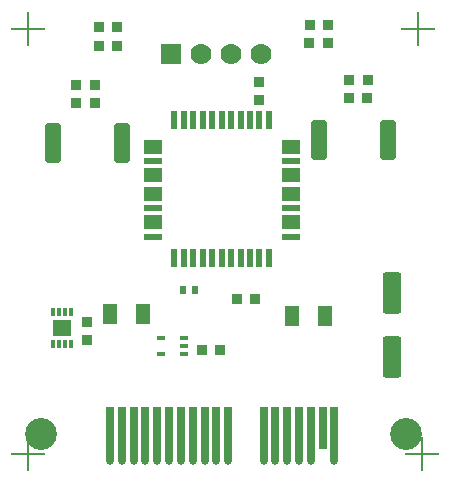
<source format=gts>
G04 #@! TF.GenerationSoftware,KiCad,Pcbnew,5.99.0-unknown-43a4cf795~104~ubuntu20.04.1*
G04 #@! TF.CreationDate,2020-11-14T20:52:21-08:00*
G04 #@! TF.ProjectId,TMC2660_Driver,544d4332-3636-4305-9f44-72697665722e,rev?*
G04 #@! TF.SameCoordinates,PX67f3540PY6cb8080*
G04 #@! TF.FileFunction,Soldermask,Top*
G04 #@! TF.FilePolarity,Negative*
%FSLAX46Y46*%
G04 Gerber Fmt 4.6, Leading zero omitted, Abs format (unit mm)*
G04 Created by KiCad (PCBNEW 5.99.0-unknown-43a4cf795~104~ubuntu20.04.1) date 2020-11-14 20:52:21*
%MOMM*%
%LPD*%
G01*
G04 APERTURE LIST*
G04 Aperture macros list*
%AMRoundRect*
0 Rectangle with rounded corners*
0 $1 Rounding radius*
0 $2 $3 $4 $5 $6 $7 $8 $9 X,Y pos of 4 corners*
0 Add a 4 corners polygon primitive as box body*
4,1,4,$2,$3,$4,$5,$6,$7,$8,$9,$2,$3,0*
0 Add four circle primitives for the rounded corners*
1,1,$1+$1,$2,$3,0*
1,1,$1+$1,$4,$5,0*
1,1,$1+$1,$6,$7,0*
1,1,$1+$1,$8,$9,0*
0 Add four rect primitives between the rounded corners*
20,1,$1+$1,$2,$3,$4,$5,0*
20,1,$1+$1,$4,$5,$6,$7,0*
20,1,$1+$1,$6,$7,$8,$9,0*
20,1,$1+$1,$8,$9,$2,$3,0*%
G04 Aperture macros list end*
%ADD10R,0.875000X0.950000*%
%ADD11C,0.650000*%
%ADD12R,0.650000X4.600000*%
%ADD13R,0.650000X3.600000*%
%ADD14RoundRect,0.250000X0.425000X1.425000X-0.425000X1.425000X-0.425000X-1.425000X0.425000X-1.425000X0*%
%ADD15RoundRect,0.250000X-0.425000X-1.425000X0.425000X-1.425000X0.425000X1.425000X-0.425000X1.425000X0*%
%ADD16R,1.778000X1.778000*%
%ADD17C,1.778000*%
%ADD18R,0.950000X0.875000*%
%ADD19R,1.250000X1.750000*%
%ADD20R,1.600000X0.500000*%
%ADD21R,1.600000X1.300000*%
%ADD22R,0.500000X1.600000*%
%ADD23R,0.590000X0.640000*%
%ADD24R,3.000000X0.127000*%
%ADD25R,0.127000X3.000000*%
%ADD26C,2.700000*%
%ADD27R,0.300000X0.680000*%
%ADD28R,1.560000X1.450000*%
%ADD29RoundRect,0.250000X0.550000X-1.500000X0.550000X1.500000X-0.550000X1.500000X-0.550000X-1.500000X0*%
%ADD30R,0.650000X0.400000*%
G04 APERTURE END LIST*
D10*
X7383000Y32847000D03*
X5808000Y32847000D03*
X27068000Y36403000D03*
X25493000Y36403000D03*
X27118600Y37927000D03*
X25543600Y37927000D03*
X7687400Y37723800D03*
X9262400Y37723800D03*
X7687400Y36123600D03*
X9262400Y36123600D03*
X28896500Y33228000D03*
X30471500Y33228000D03*
D11*
X14652800Y1014800D03*
X13652800Y1014800D03*
X22652800Y1014800D03*
X12652800Y1014800D03*
X21652800Y1014800D03*
X15652800Y1014800D03*
X23652800Y1014800D03*
X10652800Y1014800D03*
X25652800Y1014800D03*
X11652800Y1014800D03*
X9652800Y1014800D03*
X17652800Y1014800D03*
X18652800Y1014800D03*
X24652800Y1014800D03*
X8652800Y1014800D03*
X27652800Y1014800D03*
X16652800Y1014800D03*
D12*
X8652800Y3314800D03*
X9652800Y3314800D03*
X10652800Y3314800D03*
X11652800Y3314800D03*
X12652800Y3314800D03*
X13652800Y3314800D03*
X14652800Y3314800D03*
X15652800Y3314800D03*
X16652800Y3314800D03*
X17652800Y3314800D03*
X18652800Y3314800D03*
X21652800Y3314800D03*
X22652800Y3314800D03*
X23652800Y3314800D03*
X24652800Y3314800D03*
X25652800Y3314800D03*
D13*
X26652800Y3814800D03*
D12*
X27652800Y3314800D03*
D10*
X7357500Y31323000D03*
X5782500Y31323000D03*
D14*
X9650000Y27894000D03*
X3850000Y27894000D03*
D10*
X28871000Y31704000D03*
X30446000Y31704000D03*
D15*
X26350000Y28148000D03*
X32150000Y28148000D03*
D16*
X13809000Y35437800D03*
D17*
X16349000Y35437800D03*
X18889000Y35437800D03*
X21429000Y35437800D03*
D18*
X21302000Y33126500D03*
X21302000Y31551500D03*
D19*
X11459500Y13479500D03*
X8659500Y13479500D03*
D20*
X23951600Y20007800D03*
D21*
X23951600Y21207800D03*
D20*
X23951600Y22407800D03*
D21*
X23951600Y23607800D03*
X23951600Y25207800D03*
D20*
X23951600Y26407800D03*
D21*
X23951600Y27607800D03*
D22*
X22101600Y29857800D03*
X21301600Y29857800D03*
X20501600Y29857800D03*
X19701600Y29857800D03*
X18901600Y29857800D03*
X18101600Y29857800D03*
X17301600Y29857800D03*
X16501600Y29857800D03*
X15701600Y29857800D03*
X14901600Y29857800D03*
X14101600Y29857800D03*
D21*
X12251600Y27607800D03*
D20*
X12251600Y26407800D03*
D21*
X12251600Y25207800D03*
X12251600Y23607800D03*
D20*
X12251600Y22407800D03*
D21*
X12251600Y21207800D03*
D20*
X12251600Y20007800D03*
D22*
X14101600Y18157800D03*
X14901600Y18157800D03*
X15701600Y18157800D03*
X16501600Y18157800D03*
X17301600Y18157800D03*
X18101600Y18157800D03*
X18901600Y18157800D03*
X19701600Y18157800D03*
X20501600Y18157800D03*
X21301600Y18157800D03*
X22101600Y18157800D03*
D19*
X24042200Y13314400D03*
X26842200Y13314400D03*
D23*
X15818000Y15448000D03*
X14848000Y15448000D03*
D10*
X19371500Y14686000D03*
X20946500Y14686000D03*
D24*
X1744000Y37546000D03*
D25*
X1744000Y37546000D03*
X1744000Y1620000D03*
D24*
X1744000Y1620000D03*
X34764000Y37546000D03*
D25*
X34764000Y37546000D03*
X35050000Y1620000D03*
D24*
X35050000Y1620000D03*
D26*
X2800000Y3256000D03*
X33750000Y3256000D03*
D10*
X16399700Y10368000D03*
X17974700Y10368000D03*
D18*
X6700000Y11212500D03*
X6700000Y12787500D03*
D27*
X5350000Y13660000D03*
X4850000Y13660000D03*
X4350000Y13660000D03*
X3850000Y13660000D03*
X3850000Y10940000D03*
X4350000Y10940000D03*
X4850000Y10940000D03*
X5350000Y10940000D03*
D28*
X4600000Y12300000D03*
D29*
X32500000Y9800000D03*
X32500000Y15200000D03*
D30*
X14886000Y10099000D03*
X14886000Y10749000D03*
X14886000Y11399000D03*
X12986000Y11399000D03*
X12986000Y10099000D03*
M02*

</source>
